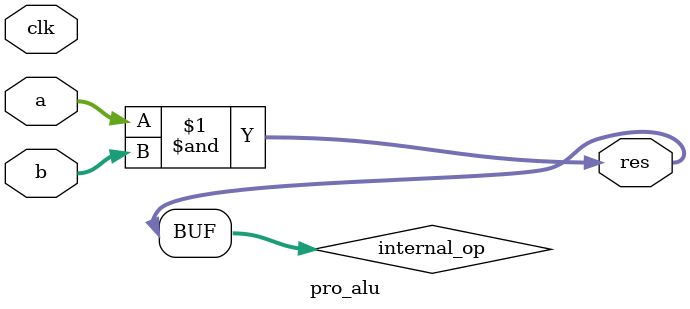
<source format=v>

module pro_alu (
    input clk,
    input [31:0] a,
    input [31:0] b,
    output [31:0] res
);
    wire [31:0] internal_op;
    assign internal_op = a & b;
    assign res = internal_op;
endmodule

</source>
